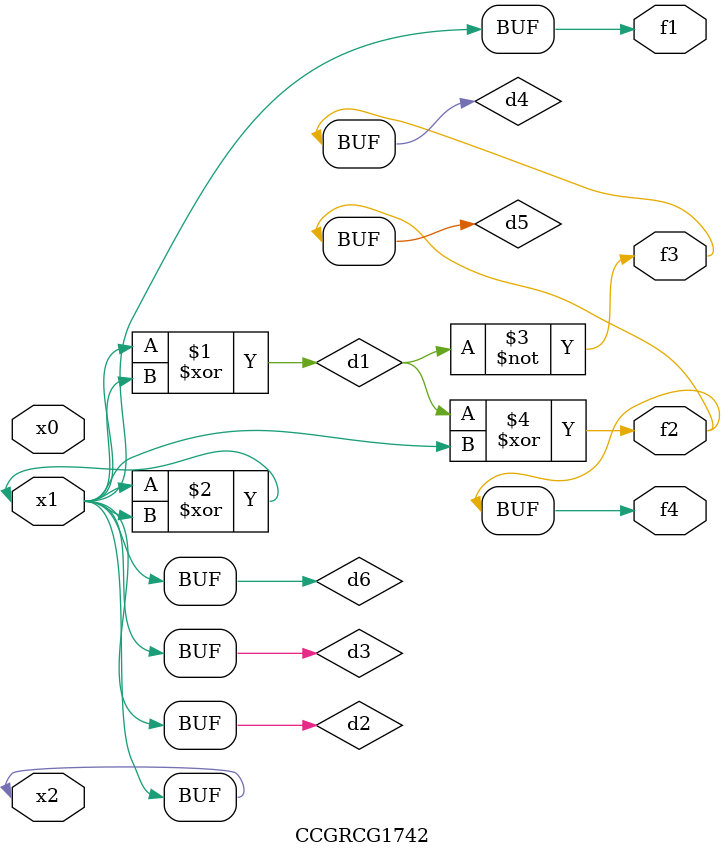
<source format=v>
module CCGRCG1742(
	input x0, x1, x2,
	output f1, f2, f3, f4
);

	wire d1, d2, d3, d4, d5, d6;

	xor (d1, x1, x2);
	buf (d2, x1, x2);
	xor (d3, x1, x2);
	nor (d4, d1);
	xor (d5, d1, d2);
	buf (d6, d2, d3);
	assign f1 = d6;
	assign f2 = d5;
	assign f3 = d4;
	assign f4 = d5;
endmodule

</source>
